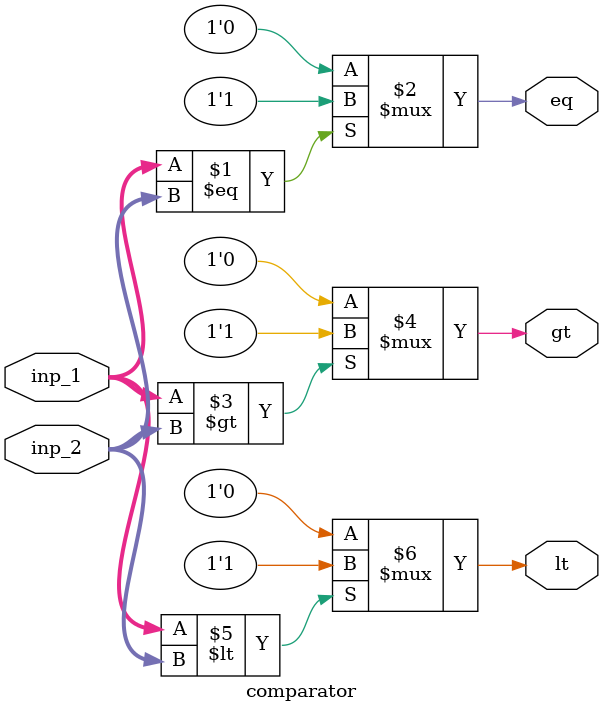
<source format=v>
`timescale 1ns/1ns
module comparator (
    input [3:0] inp_1,
    input [3:0] inp_2,
    output wire eq,
    output wire gt,
    output wire lt
);

    assign eq = (inp_1 == inp_2) ? 1'b1 : 1'b0;

    assign gt = (inp_1 > inp_2) ? 1'b1 : 1'b0;

    assign lt = (inp_1 < inp_2) ? 1'b1 : 1'b0;

endmodule: comparator

</source>
